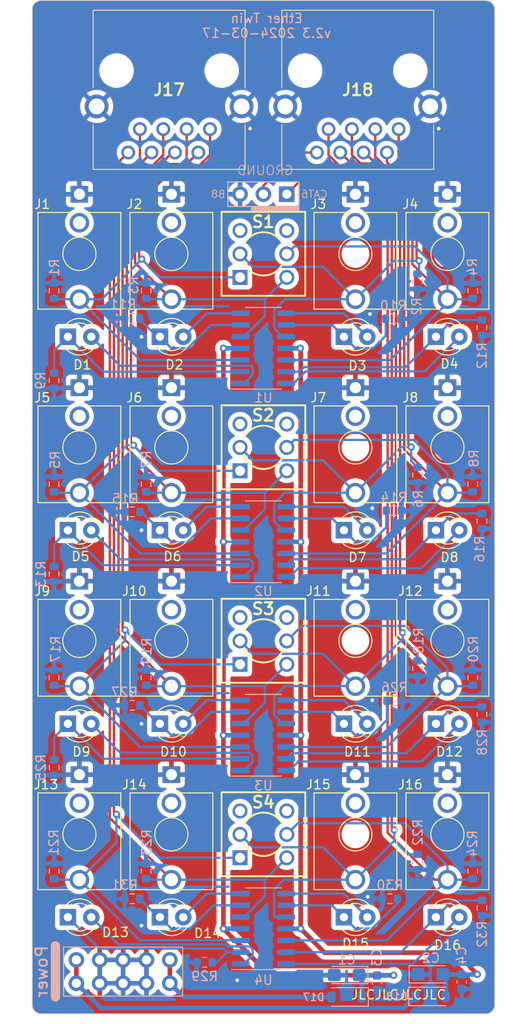
<source format=kicad_pcb>
(kicad_pcb (version 20221018) (generator pcbnew)
  (layers (0 "F.Cu" signal) (31 "B.Cu" signal) (34 "B.Paste" user) (35 "F.Paste" user) (36 "B.SilkS" user "B.Silkscreen") (37 "F.SilkS" user "F.Silkscreen") (38 "B.Mask" user) (39 "F.Mask" user) (44 "Edge.Cuts" user))
  (net 0 "")
  (net 1 "+12V")
  (net 2 "GND")
  (net 3 "-12V")
  (net 4 "Net-(D1-K)")
  (net 5 "Net-(D1-A)")
  (net 6 "Net-(D2-K)")
  (net 7 "Net-(D2-A)")
  (net 8 "Net-(D3-K)")
  (net 9 "Net-(D3-A)")
  (net 10 "Net-(D4-K)")
  (net 11 "Net-(D4-A)")
  (net 12 "Net-(D5-K)")
  (net 13 "Net-(D5-A)")
  (net 14 "Net-(D6-K)")
  (net 15 "Net-(D6-A)")
  (net 16 "Net-(D7-K)")
  (net 17 "Net-(D7-A)")
  (net 18 "Net-(D8-K)")
  (net 19 "Net-(D8-A)")
  (net 20 "Net-(D9-K)")
  (net 21 "Net-(D9-A)")
  (net 22 "Net-(D10-K)")
  (net 23 "Net-(D10-A)")
  (net 24 "Net-(D11-K)")
  (net 25 "Net-(D11-A)")
  (net 26 "Net-(D12-K)")
  (net 27 "Net-(D12-A)")
  (net 28 "Net-(D13-K)")
  (net 29 "Net-(D13-A)")
  (net 30 "Net-(D14-K)")
  (net 31 "Net-(D14-A)")
  (net 32 "Net-(D15-K)")
  (net 33 "Net-(D15-A)")
  (net 34 "Net-(D16-K)")
  (net 35 "Net-(D16-A)")
  (net 36 "A1")
  (net 38 "B1")
  (net 40 "A2")
  (net 42 "B2")
  (net 44 "A3")
  (net 46 "B3")
  (net 48 "A4")
  (net 50 "B4")
  (net 52 "A5")
  (net 54 "B5")
  (net 56 "A6")
  (net 58 "B6")
  (net 60 "A7")
  (net 62 "B7")
  (net 64 "A8")
  (net 66 "B8")
  (net 76 "Net-(J20-Pin_1)")
  (net 77 "Net-(D17-A)")
  (net 78 "Net-(D18-K)")
  (footprint "2MD1T1B1M2QES:2MD1T1B1M2QES" (layer "F.Cu") (at 55.25 78.5)
    (fp_text reference "S2")
    (fp_text value "2MD1T1B1M2QES" hide)
  )
  (footprint "LED_THT:LED_D3.0mm" (layer "F.Cu") (at 44 129.5)
    (fp_text reference "D14")
    (fp_text value "LED_Dual_Bidirectional")
  )
  (footprint "LED_THT:LED_D3.0mm" (layer "F.Cu") (at 74 87.5)
    (fp_text reference "D8")
    (fp_text value "LED_Dual_Bidirectional")
  )
  (footprint "PJ398SM:Jack_3.5mm_QingPu_WQP-PJ398SM_Vertical_CircularHoles_3dModel" (layer "F.Cu") (at 75.25 99.5)
    (fp_text reference "J12")
    (fp_text value "PJ398SM")
  )
  (footprint "PJ398SM:Jack_3.5mm_QingPu_WQP-PJ398SM_Vertical_CircularHoles_3dModel" (layer "F.Cu") (at 65.25 57.5)
    (fp_text reference "J3")
    (fp_text value "PJ398SM")
  )
  (footprint "PJ398SM:Jack_3.5mm_QingPu_WQP-PJ398SM_Vertical_CircularHoles_3dModel" (layer "F.Cu") (at 65.25 99.5)
    (fp_text reference "J11")
    (fp_text value "PJ398SM")
  )
  (footprint "LED_THT:LED_D3.0mm" (layer "F.Cu") (at 34 87.5)
    (fp_text reference "D5")
    (fp_text value "LED_Dual_Bidirectional")
  )
  (footprint "LED_THT:LED_D3.0mm" (layer "F.Cu") (at 44 108.5)
    (fp_text reference "D10")
    (fp_text value "LED_Dual_Bidirectional")
  )
  (footprint "PJ398SM:Jack_3.5mm_QingPu_WQP-PJ398SM_Vertical_CircularHoles_3dModel" (layer "F.Cu") (at 35.25 78.5)
    (fp_text reference "J5")
    (fp_text value "PJ398SM")
  )
  (footprint "LED_THT:LED_D3.0mm" (layer "F.Cu") (at 64 66.5)
    (fp_text reference "D3")
    (fp_text value "LED_Dual_Bidirectional")
  )
  (footprint "PJ398SM:Jack_3.5mm_QingPu_WQP-PJ398SM_Vertical_CircularHoles_3dModel" (layer "F.Cu") (at 65.25 120.5)
    (fp_text reference "J15")
    (fp_text value "PJ398SM")
  )
  (footprint "PJ398SM:Jack_3.5mm_QingPu_WQP-PJ398SM_Vertical_CircularHoles_3dModel" (layer "F.Cu") (at 75.25 120.5)
    (fp_text reference "J16")
    (fp_text value "PJ398SM")
  )
  (footprint "LED_THT:LED_D3.0mm" (layer "F.Cu") (at 74 129.5)
    (fp_text reference "D16")
    (fp_text value "LED_Dual_Bidirectional")
  )
  (footprint "PJ398SM:Jack_3.5mm_QingPu_WQP-PJ398SM_Vertical_CircularHoles_3dModel" (layer "F.Cu") (at 35.25 120.5)
    (fp_text reference "J13")
    (fp_text value "PJ398SM")
  )
  (footprint "LED_THT:LED_D3.0mm" (layer "F.Cu") (at 34 129.5)
    (fp_text reference "D13")
    (fp_text value "LED_Dual_Bidirectional")
  )
  (footprint "PJ398SM:Jack_3.5mm_QingPu_WQP-PJ398SM_Vertical_CircularHoles_3dModel" (layer "F.Cu") (at 45.25 120.5)
    (fp_text reference "J14")
    (fp_text value "PJ398SM")
  )
  (footprint "LED_THT:LED_D3.0mm" (layer "F.Cu") (at 74 66.5)
    (fp_text reference "D4")
    (fp_text value "LED_Dual_Bidirectional")
  )
  (footprint "LED_THT:LED_D3.0mm" (layer "F.Cu") (at 44 66.5)
    (fp_text reference "D2")
    (fp_text value "LED_Dual_Bidirectional")
  )
  (footprint "PJ398SM:Jack_3.5mm_QingPu_WQP-PJ398SM_Vertical_CircularHoles_3dModel" (layer "F.Cu") (at 35.25 99.5)
    (fp_text reference "J9")
    (fp_text value "PJ398SM")
  )
  (footprint "LED_THT:LED_D3.0mm" (layer "F.Cu") (at 64 129.5)
    (fp_text reference "D15")
    (fp_text value "LED_Dual_Bidirectional")
  )
  (footprint "PJ398SM:Jack_3.5mm_QingPu_WQP-PJ398SM_Vertical_CircularHoles_3dModel" (layer "F.Cu") (at 45.25 57.5)
    (fp_text reference "J2")
    (fp_text value "PJ398SM")
  )
  (footprint "PJ398SM:Jack_3.5mm_QingPu_WQP-PJ398SM_Vertical_CircularHoles_3dModel" (layer "F.Cu") (at 65.25 78.5)
    (fp_text reference "J7")
    (fp_text value "PJ398SM")
  )
  (footprint "PJ398SM:Jack_3.5mm_QingPu_WQP-PJ398SM_Vertical_CircularHoles_3dModel" (layer "F.Cu") (at 45.25 99.5)
    (fp_text reference "J10")
    (fp_text value "PJ398SM")
  )
  (footprint "LED_THT:LED_D3.0mm" (layer "F.Cu") (at 44 87.5)
    (fp_text reference "D6")
    (fp_text value "LED_Dual_Bidirectional")
  )
  (footprint "LED_THT:LED_D3.0mm" (layer "F.Cu") (at 34 108.5)
    (fp_text reference "D9")
    (fp_text value "LED_Dual_Bidirectional")
  )
  (footprint "PJ398SM:Jack_3.5mm_QingPu_WQP-PJ398SM_Vertical_CircularHoles_3dModel" (layer "F.Cu") (at 35.25 57.5)
    (fp_text reference "J1")
    (fp_text value "PJ398SM")
  )
  (footprint "2MD1T1B1M2QES:2MD1T1B1M2QES" (layer "F.Cu") (at 55.25 99.5)
    (fp_text reference "S3")
    (fp_text value "2MD1T1B1M2QES" hide)
  )
  (footprint "SS65100-024F:SS65100024F" (layer "F.Cu") (at 45 39.695 180)
    (fp_text reference "J17")
    (fp_text value "SS65100-024F" hide)
  )
  (footprint "PJ398SM:Jack_3.5mm_QingPu_WQP-PJ398SM_Vertical_CircularHoles_3dModel" (layer "F.Cu") (at 45.25 78.5)
    (fp_text reference "J6")
    (fp_text value "PJ398SM")
  )
  (footprint "LED_THT:LED_D3.0mm" (layer "F.Cu") (at 34 66.5)
    (fp_text reference "D1")
    (fp_text value "LED_Dual_Bidirectional")
  )
  (footprint "LED_THT:LED_D3.0mm" (layer "F.Cu") (at 74 108.5)
    (fp_text reference "D12")
    (fp_text value "LED_Dual_Bidirectional")
  )
  (footprint "PJ398SM:Jack_3.5mm_QingPu_WQP-PJ398SM_Vertical_CircularHoles_3dModel" (layer "F.Cu") (at 75.25 78.5)
    (fp_text reference "J8")
    (fp_text value "PJ398SM")
  )
  (footprint "2MD1T1B1M2QES:2MD1T1B1M2QES" (layer "F.Cu") (at 55.25 120.5)
    (fp_text reference "S4")
    (fp_text value "2MD1T1B1M2QES" hide)
  )
  (footprint "PJ398SM:Jack_3.5mm_QingPu_WQP-PJ398SM_Vertical_CircularHoles_3dModel" (layer "F.Cu") (at 75.25 57.5)
    (fp_text reference "J4")
    (fp_text value "PJ398SM")
  )
  (footprint "LED_THT:LED_D3.0mm" (layer "F.Cu") (at 64 108.5)
    (fp_text reference "D11")
    (fp_text value "LED_Dual_Bidirectional")
  )
  (footprint "LED_THT:LED_D3.0mm" (layer "F.Cu") (at 64 87.5)
    (fp_text reference "D7")
    (fp_text value "LED_Dual_Bidirectional")
  )
  (footprint "SS65100-024F:SS65100024F" (layer "F.Cu") (at 65.502 39.695 180)
    (fp_text reference "J18")
    (fp_text value "SS65100-024F" hide)
  )
  (footprint "2MD1T1B1M2QES:2MD1T1B1M2QES" (layer "F.Cu") (at 55.25 57.5)
    (fp_text reference "S1")
    (fp_text value "2MD1T1B1M2QES" hide)
  )
  (footprint "Resistor_SMD:R_0603_1608Metric" (layer "B.Cu") (at 32.5 103.5 -90)
    (fp_text reference "R17")
    (fp_text value "100K")
  )
  (footprint "Capacitor_Tantalum_SMD:CP_EIA-3216-18_Kemet-A" (layer "B.Cu") (at 73.4 135.7)
    (fp_text reference "C2")
    (fp_text value "10uF")
  )
  (footprint "Resistor_SMD:R_0603_1608Metric" (layer "B.Cu") (at 32.5 113.25 -90)
    (fp_text reference "R25")
    (fp_text value "470")
  )
  (footprint "Resistor_SMD:R_0603_1608Metric" (layer "B.Cu") (at 41 64.5 180)
    (fp_text reference "R11")
    (fp_text value "470")
  )
  (footprint "Resistor_SMD:R_0603_1608Metric" (layer "B.Cu") (at 78 82.5 -90)
    (fp_text reference "R8")
    (fp_text value "100K")
  )
  (footprint "Resistor_SMD:R_0603_1608Metric" (layer "B.Cu") (at 69 127.5)
    (fp_text reference "R30")
    (fp_text value "470")
  )
  (footprint "Package_SO:SO-14_3.9x8.65mm_P1.27mm" (layer "B.Cu") (at 55.25 88.75)
    (fp_text reference "U2")
    (fp_text value "TL074")
  )
  (footprint "Package_SO:SO-14_3.9x8.65mm_P1.27mm" (layer "B.Cu") (at 55.25 67.75)
    (fp_text reference "U1")
    (fp_text value "TL074")
  )
  (footprint "Resistor_SMD:R_0603_1608Metric" (layer "B.Cu") (at 79 86.5 90)
    (fp_text reference "R16")
    (fp_text value "470")
  )
  (footprint "Resistor_SMD:R_0603_1608Metric" (layer "B.Cu") (at 72 123.5 90)
    (fp_text reference "R22")
    (fp_text value "100K")
  )
  (footprint "Resistor_SMD:R_0603_1608Metric" (layer "B.Cu") (at 69.5 106 180)
    (fp_text reference "R26")
    (fp_text value "470")
  )
  (footprint "Resistor_SMD:R_0603_1608Metric" (layer "B.Cu") (at 32.5 61.5 -90)
    (fp_text reference "R1")
    (fp_text value "100K")
  )
  (footprint "Resistor_SMD:R_0603_1608Metric" (layer "B.Cu") (at 72 60.5 90)
    (fp_text reference "R2")
    (fp_text value "100K")
  )
  (footprint "Package_SO:SO-14_3.9x8.65mm_P1.27mm" (layer "B.Cu") (at 55.25 130.75)
    (fp_text reference "U4")
    (fp_text value "TL074")
  )
  (footprint "Resistor_SMD:R_0603_1608Metric" (layer "B.Cu") (at 78 61.5 -90)
    (fp_text reference "R4")
    (fp_text value "100K")
  )
  (footprint "Resistor_SMD:R_0603_1608Metric" (layer "B.Cu") (at 78 103.5 -90)
    (fp_text reference "R20")
    (fp_text value "100K")
  )
  (footprint "Resistor_SMD:R_0603_1608Metric" (layer "B.Cu") (at 32.5 124.5 -90)
    (fp_text reference "R21")
    (fp_text value "100K")
  )
  (footprint "Capacitor_Tantalum_SMD:CP_EIA-3216-18_Kemet-A" (layer "B.Cu") (at 64.3 135.775 180)
    (fp_text reference "C1")
    (fp_text value "10uF")
  )
  (footprint "Resistor_SMD:R_0603_1608Metric" (layer "B.Cu") (at 79 65.5 90)
    (fp_text reference "R12")
    (fp_text value "470")
  )
  (footprint "Resistor_SMD:R_0603_1608Metric" (layer "B.Cu") (at 32.5 92.25 -90)
    (fp_text reference "R13")
    (fp_text value "470")
  )
  (footprint "Resistor_SMD:R_0603_1608Metric" (layer "B.Cu") (at 69.3725 64.5415 180)
    (fp_text reference "R10")
    (fp_text value "470")
  )
  (footprint "Package_SO:SO-14_3.9x8.65mm_P1.27mm" (layer "B.Cu") (at 55.25 109.75)
    (fp_text reference "U3")
    (fp_text value "TL074")
  )
  (footprint "Resistor_SMD:R_0603_1608Metric" (layer "B.Cu") (at 72 102.5 90)
    (fp_text reference "R18")
    (fp_text value "100K")
  )
  (footprint "Resistor_SMD:R_0603_1608Metric" (layer "B.Cu") (at 41 106.5 180)
    (fp_text reference "R27")
    (fp_text value "470")
  )
  (footprint "Resistor_SMD:R_0603_1608Metric" (layer "B.Cu") (at 42.5 124.5 -90)
    (fp_text reference "R23")
    (fp_text value "100K")
  )
  (footprint "Resistor_SMD:R_0603_1608Metric" (layer "B.Cu") (at 42.5 103.5 -90)
    (fp_text reference "R19")
    (fp_text value "100K")
  )
  (footprint "Resistor_SMD:R_0603_1608Metric" (layer "B.Cu") (at 32.5 71.25 90)
    (fp_text reference "R9")
    (fp_text value "470")
  )
  (footprint "Resistor_SMD:R_0603_1608Metric" (layer "B.Cu") (at 41 85.5 180)
    (fp_text reference "R15")
    (fp_text value "470")
  )
  (footprint "Resistor_SMD:R_0603_1608Metric" (layer "B.Cu") (at 69.4355 85.3695 180)
    (fp_text reference "R14")
    (fp_text value "470")
  )
  (footprint "Resistor_SMD:R_0603_1608Metric" (layer "B.Cu") (at 32.5 82.5 -90)
    (fp_text reference "R5")
    (fp_text value "100K")
  )
  (footprint "Resistor_SMD:R_0603_1608Metric" (layer "B.Cu") (at 42.5 82.5 -90)
    (fp_text reference "R7")
    (fp_text value "100K")
  )
  (footprint "Resistor_SMD:R_0603_1608Metric" (layer "B.Cu") (at 72 81.5 90)
    (fp_text reference "R6")
    (fp_text value "100K")
  )
  (footprint "Resistor_SMD:R_0603_1608Metric" (layer "B.Cu") (at 78 124.5 -90)
    (fp_text reference "R24")
    (fp_text value "100K")
  )
  (footprint "Capacitor_SMD:C_0603_1608Metric" (layer "B.Cu") (at 67.6 136.6 -90)
    (fp_text reference "C3")
    (fp_text value "100nF")
  )
  (footprint "Resistor_SMD:R_0603_1608Metric" (layer "B.Cu") (at 79 128.5 90)
    (fp_text reference "R32")
    (fp_text value "470")
  )
  (footprint "Diode_SMD:D_SOD-123" (layer "B.Cu") (at 73.4 138.1)
    (fp_text reference "D18")
    (fp_text value "1N5817")
  )
  (footprint "Resistor_SMD:R_0603_1608Metric" (layer "B.Cu") (at 48.8615 134.3915 180)
    (fp_text reference "R29")
    (fp_text value "470")
  )
  (footprint "PCM_4ms_Connector:Pins_2x05_2.54mm_TH_Europower" (layer "B.Cu") (at 40 135.4 90)
    (fp_text reference "J19" hide)
    (fp_text value "Power")
  )
  (footprint "Capacitor_SMD:C_0603_1608Metric" (layer "B.Cu") (at 76.8 136.5 90)
    (fp_text reference "C4")
    (fp_text value "100nF")
  )
  (footprint "Resistor_SMD:R_0603_1608Metric" (layer "B.Cu") (at 79 107.5 90)
    (fp_text reference "R28")
    (fp_text value "470")
  )
  (footprint "Diode_SMD:D_SOD-123" (layer "B.Cu") (at 64.3 138.15 180)
    (fp_text reference "D17")
    (fp_text value "1N5817")
  )
  (footprint "Resistor_SMD:R_0603_1608Metric" (layer "B.Cu") (at 41 127.5 180)
    (fp_text reference "R31")
    (fp_text value "470")
  )
  (footprint "Connector_PinHeader_2.54mm:PinHeader_1x03_P2.54mm_Vertical" (layer "B.Cu") (at 55.25 51.025 90)
    (fp_text reference "J20" hide)
    (fp_text value "Conn_01x03")
  )
  (footprint "Resistor_SMD:R_0603_1608Metric" (layer "B.Cu") (at 42.5 61.5 -90)
    (fp_text reference "R3")
    (fp_text value "100K")
  )
  (gr_poly (pts (xy 59.106532 52.355) (xy 53.956532 52.355) (xy 53.956532 52.783634) (xy 53.956532 52.808634) (xy 59.106532 52.808634) (xy 59.106532 52.758634) (xy 59.106532 52.383634)) (stroke (width 0.125)) (fill solid) (layer "B.SilkS"))
  (gr_line (start 31.1025 29.9975) (end 79.4025 29.9975) (stroke (width 0.1)) (layer "Edge.Cuts"))
  (gr_arc (start 30.132357 30.754964) (mid 30.487088 30.209294) (end 31.1025 29.9975) (stroke (width 0.1)) (layer "Edge.Cuts"))
  (gr_line (start 79.4025 139.9975) (end 31.1025 139.9975) (stroke (width 0.1)) (layer "Edge.Cuts"))
  (gr_line (start 30.1025 138.9975) (end 30.132357 30.754964) (stroke (width 0.1)) (layer "Edge.Cuts"))
  (gr_arc (start 80.4025 138.9975) (mid 80.109607 139.704607) (end 79.4025 139.9975) (stroke (width 0.1)) (layer "Edge.Cuts"))
  (gr_line (start 80.4025 30.9975) (end 80.4025 138.9975) (stroke (width 0.1)) (layer "Edge.Cuts"))
  (gr_arc (start 31.1025 139.9975) (mid 30.395393 139.704607) (end 30.1025 138.9975) (stroke (width 0.1)) (layer "Edge.Cuts"))
  (gr_arc (start 79.4025 29.9975) (mid 80.109607 30.290393) (end 80.4025 30.9975) (stroke (width 0.1)) (layer "Edge.Cuts"))
  (gr_text "Ether Twin\nv2.3 2024-03-17" (at 55.6025 32.7475) (layer "B.SilkS") (effects (font (size 1 1)) (justify mirror)))
  (gr_text "GROUND" (at 55.45 49.033634) (layer "B.SilkS") (effects (font (size 1 1) (thickness 0.1)) (justify bottom mirror)))
  (gr_text "B8" (at 50.331532 51.025) (layer "B.SilkS") (effects (font (size 0.8 0.8) (thickness 0.1)) (justify mirror)))
  (gr_text "CAT6" (at 60.781532 51.025) (layer "B.SilkS") (effects (font (size 0.8 0.8) (thickness 0.1)) (justify mirror)))
  (gr_text "JLCJLCJLCJLC" (at 64.7025 138.4975) (layer "F.SilkS") (effects (font (size 1 1)) (justify left bottom)))
  (segment (start 50.905 130.75) (end 55.955 135.8) (width 0.5) (layer "F.Cu") (net 1))
  (segment (start 50.9025 130.75) (end 50.905 130.75) (width 0.5) (layer "F.Cu") (net 1))
  (segment (start 50.9025 67.7475) (end 50.9025 88.7475) (width 0.5) (layer "F.Cu") (net 1))
  (segment (start 50.9025 109.75) (end 50.9025 130.75) (width 0.5) (layer "F.Cu") (net 1))
  (segment (start 55.955 135.8) (end 69.4 135.8) (width 0.5) (layer "F.Cu") (net 1))
  (segment (start 50.9025 88.7475) (end 50.9025 109.75) (width 0.5) (layer "F.Cu") (net 1))
  (via (at 50.9025 67.7475) (size 0.8) (drill 0.4) (layers "F.Cu" "B.Cu") (net 1))
  (via (at 50.9025 88.7475) (size 0.8) (drill 0.4) (layers "F.Cu" "B.Cu") (net 1))
  (via (at 50.9025 130.75) (size 0.8) (drill 0.4) (layers "F.Cu" "B.Cu") (net 1))
  (via (at 50.9025 109.75) (size 0.8) (drill 0.4) (layers "F.Cu" "B.Cu") (net 1))
  (via (at 69.4 135.8) (size 0.8) (drill 0.4) (layers "F.Cu" "B.Cu") (net 1))
  (segment (start 69.35 135.825) (end 69.325 135.825) (width 0.5) (layer "B.Cu") (net 1))
  (segment (start 52.775 88.75) (end 50.905 88.75) (width 0.25) (layer "B.Cu") (net 1))
  (segment (start 65.95 138.15) (end 65.95 136.075) (width 0.5) (layer "B.Cu") (net 1))
  (segment (start 65.95 136.075) (end 65.65 135.775) (width 0.5) (layer "B.Cu") (net 1))
  (segment (start 67.6 135.825) (end 69.3 135.825) (width 0.5) (layer "B.Cu") (net 1))
  (segment (start 50.9025 130.75) (end 52.775 130.75) (width 0.5) (layer "B.Cu") (net 1))
  (segment (start 69.3 135.825) (end 69.4 135.8) (width 0.5) (layer "B.Cu") (net 1))
  (segment (start 69.4 135.8) (end 69.35 135.825) (width 0.5) (layer "B.Cu") (net 1))
  (segment (start 67.6 135.825) (end 65.7 135.825) (width 0.5) (layer "B.Cu") (net 1))
  (segment (start 50.9025 67.7475) (end 50.905 67.75) (width 0.5) (layer "B.Cu") (net 1))
  (segment (start 50.905 88.75) (end 50.9025 88.7475) (width 0.25) (layer "B.Cu") (net 1))
  (segment (start 50.9025 109.75) (end 52.775 109.75) (width 0.5) (layer "B.Cu") (net 1))
  (segment (start 65.7 135.825) (end 65.65 135.775) (width 0.5) (layer "B.Cu") (net 1))
  (segment (start 50.905 67.75) (end 52.775 67.75) (width 0.5) (layer "B.Cu") (net 1))
  (via (at 52.4025 136.3475) (size 0.8) (drill 0.4) (layers "F.Cu" "B.Cu") (net 2))
  (via (at 42 87.5) (size 0.8) (drill 0.4) (layers "F.Cu" "B.Cu") (net 2))
  (via (at 42 108.5) (size 0.8) (drill 0.4) (layers "F.Cu" "B.Cu") (net 2))
  (via (at 66.8325 64.0335) (size 0.8) (drill 0.4) (layers "F.Cu" "B.Cu") (net 2))
  (via (at 67.0865 85.1155) (size 0.8) (drill 0.4) (layers "F.Cu" "B.Cu") (net 2))
  (via (at 42 66.5) (size 0.8) (drill 0.4) (layers "F.Cu" "B.Cu") (net 2))
  (via (at 42 130.4) (size 0.8) (drill 0.4) (layers "F.Cu" "B.Cu") (net 2))
  (via (at 66.5785 127.2795) (size 0.8) (drill 0.4) (layers "F.Cu" "B.Cu") (net 2))
  (via (at 67.0865 105.9435) (size 0.8) (drill 0.4) (layers "F.Cu" "B.Cu") (net 2))
  (segment (start 59.3 109.75) (end 59.3 88.75) (width 0.5) (layer "F.Cu") (net 3))
  (segment (start 59.3 88.75) (end 59.3025 88.7475) (width 0.5) (layer "F.Cu") (net 3))
  (segment (start 76.2025 133.3475) (end 77.75 134.895) (width 0.5) (layer "F.Cu") (net 3))
  (segment (start 77.75 134.895) (end 77.75 134.95) (width 0.5) (layer "F.Cu") (net 3))
  (segment (start 59.3 130.75) (end 59.305 130.75) (width 0.5) (layer "F.Cu") (net 3))
  (segment (start 61.9025 133.3475) (end 76.2025 133.3475) (width 0.5) (layer "F.Cu") (net 3))
  (segment (start 59.305 130.75) (end 61.9025 133.3475) (width 0.5) (layer "F.Cu") (net 3))
  (segment (start 59.3 109.75) (end 59.3 130.75) (width 0.5) (layer "F.Cu") (net 3))
  (segment (start 59.255 67.75) (end 59.3025 67.7975) (width 0.5) (layer "F.Cu") (net 3))
  (segment (start 59.3025 67.7975) (end 59.3025 88.7475) (width 0.5) (layer "F.Cu") (net 3))
  (segment (start 77.75 134.95) (end 78.5 135.7) (width 0.5) (layer "F.Cu") (net 3))
  (via (at 59.3 109.75) (size 0.8) (drill 0.4) (layers "F.Cu" "B.Cu") (net 3))
  (via (at 78.5 135.7) (size 0.8) (drill 0.4) (layers "F.Cu" "B.Cu") (net 3))
  (via (at 59.3025 88.7475) (size 0.8) (drill 0.4) (layers "F.Cu" "B.Cu") (net 3))
  (via (at 59.255 67.75) (size 0.8) (drill 0.4) (layers "F.Cu" "B.Cu") (net 3))
  (via (at 59.3 130.75) (size 0.8) (drill 0.4) (layers "F.Cu" "B.Cu") (net 3))
  (segment (start 76.8 135.725) (end 78.35 135.725) (width 0.5) (layer "B.Cu") (net 3))
  (segment (start 59.3 130.75) (end 57.725 130.75) (width 0.5) (layer "B.Cu") (net 3))
  (segment (start 59.3025 88.7475) (end 59.3 88.75) (width 0.5) (layer "B.Cu") (net 3))
  (segment (start 78.5 135.7) (end 78.4 135.725) (width 0.5) (layer "B.Cu") (net 3))
  (segment (start 78.35 135.725) (end 78.5 135.7) (width 0.5) (layer "B.Cu") (net 3))
  (segment (start 59.3 88.75) (end 57.725 88.75) (width 0.5) (layer "B.Cu") (net 3))
  (segment (start 78.4 135.725) (end 78.375 135.725) (width 0.5) (layer "B.Cu") (net 3))
  (segment (start 59.255 67.75) (end 57.725 67.75) (width 0.5) (layer "B.Cu") (net 3))
  (segment (start 76.8 135.725) (end 74.775 135.725) (width 0.5) (layer "B.Cu") (net 3))
  (segment (start 59.3 109.75) (end 57.725 109.75) (width 0.5) (layer "B.Cu") (net 3))
  (segment (start 75.05 138.1) (end 75.05 136) (width 0.5) (layer "B.Cu") (net 3))
  (segment (start 75.05 136) (end 74.75 135.7) (width 0.5) (layer "B.Cu") (net 3))
  (segment (start 74.775 135.725) (end 74.75 135.7) (width 0.5) (layer "B.Cu") (net 3))
  (segment (start 37.79 70.29) (end 34 66.5) (width 0.25) (layer "B.Cu") (net 4))
  (segment (start 32.5 70.425) (end 32.5 68) (width 0.25) (layer "B.Cu") (net 4))
  (segment (start 32.5 68) (end 34 66.5) (width 0.25) (layer "B.Cu") (net 4))
  (segment (start 52.775 70.29) (end 37.79 70.29) (width 0.25) (layer "B.Cu") (net 4))
  (segment (start 52.775 71.56) (end 53.151751 71.56) (width 0.25) (layer "B.Cu") (net 5))
  (segment (start 53.151751 71.56) (end 54.075 70.636751) (width 0.25) (layer "B.Cu") (net 5))
  (segment (start 54.075 69.775001) (end 53.944999 69.645) (width 0.25) (layer "B.Cu") (net 5))
  (segment (start 54.075 70.636751) (end 54.075 69.775001) (width 0.25) (layer "B.Cu") (net 5))
  (segment (start 53.944999 69.645) (end 39.685 69.645) (width 0.25) (layer "B.Cu") (net 5))
  (segment (start 39.685 69.645) (end 36.54 66.5) (width 0.25) (layer "B.Cu") (net 5))
  (segment (start 49.562412 65.21) (end 47.047412 67.725) (width 0.25) (layer "B.Cu") (net 6))
  (segment (start 43.708 66.5) (end 41.7495 64.5415) (width 0.25) (layer "B.Cu") (net 6))
  (segment (start 45.225 67.725) (end 44 66.5) (width 0.25) (layer "B.Cu") (net 6))
  (segment (start 44 66.5) (end 43.708 66.5) (width 0.25) (layer "B.Cu") (net 6))
  (segment (start 52.775 65.21) (end 49.562412 65.21) (width 0.25) (layer "B.Cu") (net 6))
  (segment (start 47.047412 67.725) (end 45.225 67.725) (width 0.25) (layer "B.Cu") (net 6))
  (segment (start 49.1 63.94) (end 46.54 66.5) (width 0.25) (layer "B.Cu") (net 7))
  (segment (start 52.775 63.94) (end 49.1 63.94) (width 0.25) (layer "B.Cu") (net 7))
  (segment (start 64 66.5) (end 62.71 65.21) (width 0.25) (layer "B.Cu") (net 8))
  (segment (start 67.205 67.725) (end 68.5475 66.3825) (width 0.25) (layer "B.Cu") (net 8))
  (segment (start 68.5475 66.3825) (end 68.5475 64.5415) (width 0.25) (layer "B.Cu") (net 8))
  (segment (start 65.225 67.725) (end 67.205 67.725) (width 0.25) (layer "B.Cu") (net 8))
  (segment (start 62.71 65.21) (end 57.725 65.21) (width 0.25) (layer "B.Cu") (net 8))
  (segment (start 64 66.5) (end 65.225 67.725) (width 0.25) (layer "B.Cu") (net 8))
  (segment (start 63.98 63.94) (end 57.725 63.94) (width 0.25) (layer "B.Cu") (net 9))
  (segment (start 66.54 66.5) (end 63.98 63.94) (width 0.25) (layer "B.Cu") (net 9))
  (segment (start 74 66.5) (end 75.825 64.675) (width 0.25) (layer "B.Cu") (net 10))
  (segment (start 59.663604 69.8) (end 70.7 69.8) (width 0.25) (layer "B.Cu") (net 10))
  (segment (start 59.173604 70.29) (end 59.663604 69.8) (width 0.25) (layer "B.Cu") (net 10))
  (segment (start 75.825 64.675) (end 79 64.675) (width 0.25) (layer "B.Cu") (net 10))
  (segment (start 57.725 70.29) (end 59.173604 70.29) (width 0.25) (layer "B.Cu") (net 10))
  (segment (start 70.7 69.8) (end 74 66.5) (width 0.25) (layer "B.Cu") (net 10))
  (segment (start 57.725 71.56) (end 58.54 71.56) (width 0.25) (layer "B.Cu") (net 11))
  (segment (start 59.85 70.25) (end 72.79 70.25) (width 0.25) (layer "B.Cu") (net 11))
  (segment (start 58.54 71.56) (end 59.85 70.25) (width 0.25) (layer "B.Cu") (net 11))
  (segment (start 72.79 70.25) (end 76.54 66.5) (width 0.25) (layer "B.Cu") (net 11))
  (segment (start 32.5 89) (end 34 87.5) (width 0.25) (layer "B.Cu") (net 12))
  (segment (start 37.79 91.29) (end 34 87.5) (width 0.25) (layer "B.Cu") (net 12))
  (segment (start 52.775 91.29) (end 37.79 91.29) (width 0.25) (layer "B.Cu") (net 12))
  (segment (start 32.5 91.425) (end 32.5 89) (width 0.25) (layer "B.Cu") (net 12))
  (segment (start 53.151751 92.56) (end 54.075 91.636751) (width 0.25) (layer "B.Cu") (net 13))
  (segment (start 53.796751 90.665) (end 39.705 90.665) (width 0.25) (layer "B.Cu") (net 13))
  (segment (start 52.775 92.56) (end 53.151751 92.56) (width 0.25) (layer "B.Cu") (net 13))
  (segment (start 54.075 91.636751) (end 54.075 90.943249) (width 0.25) (layer "B.Cu") (net 13))
  (segment (start 54.075 90.943249) (end 53.796751 90.665) (width 0.25) (layer "B.Cu") (net 13))
  (segment (start 39.705 90.665) (end 36.54 87.5) (width 0.25) (layer "B.Cu") (net 13))
  (segment (start 46.972412 88.8) (end 45.3 88.8) (width 0.25) (layer "B.Cu") (net 14))
  (segment (start 41.825 85.5) (end 42 85.5) (width 0.25) (layer "B.Cu") (net 14))
  (segment (start 52.775 86.21) (end 49.562412 86.21) (width 0.25) (layer "B.Cu") (net 14))
  (segment (start 45.3 88.8) (end 44 87.5) (width 0.25) (layer "B.Cu") (net 14))
  (segment (start 49.562412 86.21) (end 46.972412 88.8) (width 0.25) (layer "B.Cu") (net 14))
  (segment (start 42 85.5) (end 44 87.5) (width 0.25) (layer "B.Cu") (net 14))
  (segment (start 49.1 84.94) (end 46.54 87.5) (width 0.25) (layer "B.Cu") (net 15))
  (segment (start 52.775 84.94) (end 49.1 84.94) (width 0.25) (layer "B.Cu") (net 15))
  (segment (start 68.6105 85.3695) (end 68.6105 87.161912) (width 0.25) (layer "B.Cu") (net 16))
  (segment (start 67.047412 88.725) (end 65.225 88.725) (width 0.25) (layer "B.Cu") (net 16))
  (segment (start 62.71 86.21) (end 57.725 86.21) (width 0.25) (layer "B.Cu") (net 16))
  (segment (start 64 87.5) (end 62.71 86.21) (width 0.25) (layer "B.Cu") (net 16))
  (segment (start 68.6105 87.161912) (end 67.047412 88.725) (width 0.25) (layer "B.Cu") (net 16))
  (segment (start 65.225 88.725) (end 64 87.5) (width 0.25) (layer "B.Cu") (net 16))
  (segment (start 63.98 84.94) (end 57.725 84.94) (width 0.25) (layer "B.Cu") (net 17))
  (segment (start 66.54 87.5) (end 63.98 84.94) (width 0.25) (layer "B.Cu") (net 17))
  (segment (start 70.855 90.645) (end 58.37 90.645) (width 0.25) (layer "B.Cu") (net 18))
  (segment (start 75.825 85.675) (end 79 85.675) (width 0.25) (layer "B.Cu") (net 18))
  (segment (start 74 87.5) (end 70.855 90.645) (width 0.25) (layer "B.Cu") (net 18))
  (segment (start 58.37 90.645) (end 57.725 91.29) (width 0.25) (layer "B.Cu") (net 18))
  (segment (start 74 87.5) (end 75.825 85.675) (width 0.25) (layer "B.Cu") (net 18))
  (segment (start 72.403249 91.636751) (end 76.54 87.5) (width 0.25) (layer "B.Cu") (net 19))
  (segment (start 57.725 92.56) (end 58.101751 92.56) (width 0.25) (layer "B.Cu") (net 19))
  (segment (start 58.101751 92.56) (end 59.025 91.636751) (width 0.25) (layer "B.Cu") (net 19))
  (segment (start 59.025 91.636751) (end 72.403249 91.636751) (width 0.25) (layer "B.Cu") (net 19))
  (segment (start 52.775 112.29) (end 37.79 112.29) (width 0.25) (layer "B.Cu") (net 20))
  (segment (start 32.5 112.425) (end 32.5 110) (width 0.25) (layer "B.Cu") (net 20))
  (segment (start 37.79 112.29) (end 34 108.5) (width 0.25) (layer "B.Cu") (net 20))
  (segment (start 32.5 110) (end 34 108.5) (width 0.25) (layer "B.Cu") (net 20))
  (segment (start 39.685 111.645) (end 36.54 108.5) (width 0.25) (layer "B.Cu") (net 21))
  (segment (start 54.075 112.636751) (end 54.075 111.943249) (width 0.25) (layer "B.Cu") (net 21))
  (segment (start 54.075 111.943249) (end 53.776751 111.645) (width 0.25) (layer "B.Cu") (net 21))
  (segment (start 53.776751 111.645) (end 39.685 111.645) (width 0.25) (layer "B.Cu") (net 21))
  (segment (start 52.775 113.56) (end 53.151751 113.56) (width 0.25) (layer "B.Cu") (net 21))
  (segment (start 53.151751 113.56) (end 54.075 112.636751) (width 0.25) (layer "B.Cu") (net 21))
  (segment (start 49.562412 107.21) (end 47.047412 109.725) (width 0.25) (layer "B.Cu") (net 22))
  (segment (start 45.225 109.725) (end 44 108.5) (width 0.25) (layer "B.Cu") (net 22))
  (segment (start 52.775 107.21) (end 49.562412 107.21) (width 0.25) (layer "B.Cu") (net 22))
  (segment (start 47.047412 109.725) (end 45.225 109.725) (width 0.25) (layer "B.Cu") (net 22))
  (segment (start 44 108.5) (end 43.825 108.5) (width 0.25) (layer "B.Cu") (net 22))
  (segment (start 43.825 108.5) (end 41.825 106.5) (width 0.25) (layer "B.Cu") (net 22))
  (segment (start 52.775 105.94) (end 49.1 105.94) (width 0.25) (layer "B.Cu") (net 23))
  (segment (start 49.1 105.94) (end 46.54 108.5) (width 0.25) (layer "B.Cu") (net 23))
  (segment (start 68.675 108.097412) (end 67.047412 109.725) (width 0.25) (layer "B.Cu") (net 24))
  (segment (start 67.047412 109.725) (end 65.225 109.725) (width 0.25) (layer "B.Cu") (net 24))
  (segment (start 64 108.5) (end 62.71 107.21) (width 0.25) (layer "B.Cu") (net 24))
  (segment (start 62.71 107.21) (end 57.725 107.21) (width 0.25) (layer "B.Cu") (net 24))
  (segment (start 68.675 106) (end 68.675 108.097412) (width 0.25) (layer "B.Cu") (net 24))
  (segment (start 65.225 109.725) (end 64 108.5) (width 0.25) (layer "B.Cu") (net 24))
  (segment (start 66.54 108.5) (end 63.98 105.94) (width 0.25) (layer "B.Cu") (net 25))
  (segment (start 63.98 105.94) (end 57.725 105.94) (width 0.25) (layer "B.Cu") (net 25))
  (segment (start 74 108.5) (end 70.8 111.7) (width 0.25) (layer "B.Cu") (net 26))
  (segment (start 75.825 106.675) (end 74 108.5) (width 0.25) (layer "B.Cu") (net 26))
  (segment (start 79 106.675) (end 75.825 106.675) (width 0.25) (layer "B.Cu") (net 26))
  (segment (start 70.8 111.7) (end 58.315 111.7) (width 0.25) (layer "B.Cu") (net 26))
  (segment (start 58.315 111.7) (end 57.725 112.29) (width 0.25) (layer "B.Cu") (net 26))
  (segment (start 72.44 112.6) (end 76.54 108.5) (width 0.25) (layer "B.Cu") (net 27))
  (segment (start 59.025 112.6) (end 72.44 112.6) (width 0.25) (layer "B.Cu") (net 27))
  (segment (start 58.101751 113.56) (end 59.025 112.636751) (width 0.25) (layer "B.Cu") (net 27))
  (segment (start 59.025 112.636751) (end 59.025 112.6) (width 0.25) (layer "B.Cu") (net 27))
  (segment (start 57.725 113.56) (end 58.101751 113.56) (width 0.25) (layer "B.Cu") (net 27))
  (segment (start 51.29 133.29) (end 50.9 132.9) (width 0.25) (layer "B.Cu") (net 28))
  (segment (start 37.4 132.9) (end 34 129.5) (width 0.25) (layer "B.Cu") (net 28))
  (segment (start 52.775 133.29) (end 51.29 133.29) (width 0.25) (layer "B.Cu") (net 28))
  (segment (start 49.6865 134.3915) (end 50.1885 134.3915) (width 0.25) (layer "B.Cu") (net 28))
  (segment (start 50.9 132.9) (end 37.4 132.9) (width 0.25) (layer "B.Cu") (net 28))
  (segment (start 50.1885 134.3915) (end 51.29 133.29) (width 0.25) (layer "B.Cu") (net 28))
  (segment (start 39.49 132.45) (end 36.54 129.5) (width 0.25) (layer "B.Cu") (net 29))
  (segment (start 54.075 132.943249) (end 53.796751 132.665) (width 0.25) (layer "B.Cu") (net 29))
  (segment (start 53.796751 132.665) (end 51.365 132.665) (width 0.25) (layer "B.Cu") (net 29))
  (segment (start 51.365 132.665) (end 51.15 132.45) (width 0.25) (layer "B.Cu") (net 29))
  (segment (start 53.151751 134.56) (end 54.075 133.636751) (width 0.25) (layer "B.Cu") (net 29))
  (segment (start 54.075 133.636751) (end 54.075 132.943249) (width 0.25) (layer "B.Cu") (net 29))
  (segment (start 52.775 134.56) (end 53.151751 134.56) (width 0.25) (layer "B.Cu") (net 29))
  (segment (start 51.15 132.45) (end 39.49 132.45) (width 0.25) (layer "B.Cu") (net 29))
  (segment (start 52.775 128.21) (end 49.79 128.21) (width 0.25) (layer "B.Cu") (net 30))
  (segment (start 47.275 130.725) (end 45.225 130.725) (width 0.25) (layer "B.Cu") (net 30))
  (segment (start 49.79 128.21) (end 47.275 130.725) (width 0.25) (layer "B.Cu") (net 30))
  (segment (start 45.225 130.725) (end 44 129.5) (width 0.25) (layer "B.Cu") (net 30))
  (segment (start 43.825 129.5) (end 41.825 127.5) (width 0.25) (layer "B.Cu") (net 30))
  (segment (start 44 129.5) (end 43.825 129.5) (width 0.25) (layer "B.Cu") (net 30))
  (segment (start 49.1 126.94) (end 46.54 129.5) (width 0.25) (layer "B.Cu") (net 31))
  (segment (start 52.775 126.94) (end 49.1 126.94) (width 0.25) (layer "B.Cu") (net 31))
  (segment (start 65.225 130.725) (end 64 129.5) (width 0.25) (layer "B.Cu") (net 32))
  (segment (start 57.725 128.21) (end 62.71 128.21) (width 0.25) (layer "B.Cu") (net 32))
  (segment (start 62.71 128.21) (end 64 129.5) (width 0.25) (layer "B.Cu") (net 32))
  (segment (start 67.075 130.725) (end 65.225 130.725) (width 0.25) (layer "B.Cu") (net 32))
  (segment (start 69.825 127.975) (end 67.075 130.725) (width 0.25) (layer "B.Cu") (net 32))
  (segment (start 69.825 127.5) (end 69.825 127.975) (width 0.25) (layer "B.Cu") (net 32))
  (segment (start 63.98 126.94) (end 57.725 126.94) (width 0.25) (layer "B.Cu") (net 33))
  (segment (start 66.54 129.5) (end 63.98 126.94) (width 0.25) (layer "B.Cu") (net 33))
  (segment (start 75.825 127.675) (end 74 129.5) (width 0.25) (layer "B.Cu") (net 34))
  (segment (start 74 129.5) (end 70.21 133.29) (width 0.25) (layer "B.Cu") (net 34))
  (segment (start 70.21 133.29) (end 57.725 133.29) (width 0.25) (layer "B.Cu") (net 34))
  (segment (start 79 127.675) (end 75.825 127.675) (width 0.25) (layer "B.Cu") (net 34))
  (segment (start 71.48 134.56) (end 57.725 134.56) (width 0.25) (layer "B.Cu") (net 35))
  (segment (start 76.54 129.5) (end 71.48 134.56) (width 0.25) (layer "B.Cu") (net 35))
  (segment (start 45.1 48.65) (end 47.551644 48.65) (width 0.25) (layer "F.Cu") (net 36))
  (segment (start 41.75 52) (end 45.1 48.65) (width 0.25) (layer "F.Cu") (net 36))
  (segment (start 49.445 46.756644) (end 49.445 43.96) (width 0.25) (layer "F.Cu") (net 36))
  (segment (start 42.0245 58.075201) (end 41.75 57.800701) (width 0.25) (layer "F.Cu") (net 36))
  (segment (start 41.75 57.800701) (end 41.75 52) (width 0.25) (layer "F.Cu") (net 36))
  (segment (start 47.551644 48.65) (end 49.445 46.756644) (width 0.25) (layer "F.Cu") (net 36))
  (via (at 42.0245 58.075201) (size 0.8) (drill 0.4) (layers "F.Cu" "B.Cu") (net 36))
  (segment (start 35.25 62.425) (end 37.674701 62.425) (width 0.25) (layer "B.Cu") (net 36))
  (segment (start 43.999299 60.05) (end 42.0245 58.075201) (width 0.25) (layer "B.Cu") (net 36))
  (segment (start 37.674701 62.425) (end 42.0245 58.075201) (width 0.25) (layer "B.Cu") (net 36))
  (segment (start 52.71 60.05) (end 43.999299 60.05) (width 0.25) (layer "B.Cu") (net 36))
  (segment (start 35.25 62.425) (end 32.6 62.425) (width 0.25) (layer "B.Cu") (net 36))
  (segment (start 41.845 69.02) (end 35.25 62.425) (width 0.25) (layer "B.Cu") (net 36))
  (segment (start 32.6 62.425) (end 32.5 62.325) (width 0.25) (layer "B.Cu") (net 36))
  (segment (start 52.775 69.02) (end 41.845 69.02) (width 0.25) (layer "B.Cu") (net 36))
  (segment (start 72.1745 58.25) (end 71.9 57.9755) (width 0.25) (layer "F.Cu") (net 38))
  (segment (start 71.9 50.15) (end 69.947 48.197) (width 0.25) (layer "F.Cu") (net 38))
  (segment (start 69.947 48.197) (end 69.947 43.96) (width 0.25) (layer "F.Cu") (net 38))
  (segment (start 71.9 57.9755) (end 71.9 50.15) (width 0.25) (layer "F.Cu") (net 38))
  (via (at 72.1745 58.25) (size 0.8) (drill 0.4) (layers "F.Cu" "B.Cu") (net 38))
  (segment (start 65.25 62.425) (end 69.425 58.25) (width 0.25) (layer "B.Cu") (net 38))
  (segment (start 69.425 58.25) (end 72.1745 58.25) (width 0.25) (layer "B.Cu") (net 38))
  (segment (start 65.25 62.425) (end 57.593249 62.425) (width 0.25) (layer "B.Cu") (net 38))
  (segment (start 52.71 57.51) (end 54.1075 58.9075) (width 0.25) (layer "B.Cu") (net 38))
  (segment (start 54.1075 58.9075) (end 61.7325 58.9075) (width 0.25) (layer "B.Cu") (net 38))
  (segment (start 61.7325 58.9075) (end 65.25 62.425) (width 0.25) (layer "B.Cu") (net 38))
  (segment (start 72.1745 59.5005) (end 72 59.675) (width 0.25) (layer "B.Cu") (net 38))
  (segment (start 57.593249 62.425) (end 56.425 63.593249) (width 0.25) (layer "B.Cu") (net 38))
  (segment (start 56.425 65.556751) (end 57.348249 66.48) (width 0.25) (layer "B.Cu") (net 38))
  (segment (start 72.1745 58.25) (end 72.1745 59.5005) (width 0.25) (layer "B.Cu") (net 38))
  (segment (start 57.348249 66.48) (end 57.725 66.48) (width 0.25) (layer "B.Cu") (net 38))
  (segment (start 56.425 63.593249) (end 56.425 65.556751) (width 0.25) (layer "B.Cu") (net 38))
  (segment (start 48.175 46.5) (end 46.475 48.2) (width 0.25) (layer "F.Cu") (net 40))
  (segment (start 44.913604 48.2) (end 41.3 51.813604) (width 0.25) (layer "F.Cu") (net 40))
  (segment (start 41.3 58.475) (end 45.25 62.425) (width 0.25) (layer "F.Cu") (net 40))
  (segment (start 41.3 51.813604) (end 41.3 58.475) (width 0.25) (layer "F.Cu") (net 40))
  (segment (start 46.475 48.2) (end 44.913604 48.2) (width 0.25) (layer "F.Cu") (net 40))
  (segment (start 42.6 62.425) (end 42.5 62.325) (width 0.25) (layer "B.Cu") (net 40))
  (segment (start 55.415 62.425) (end 55.415 64.216751) (width 0.25) (layer "B.Cu") (net 40))
  (segment (start 45.25 62.425) (end 42.6 62.425) (width 0.25) (layer "B.Cu") (net 40))
  (segment (start 57.79 60.05) (end 55.415 62.425) (width 0.25) (layer "B.Cu") (net 40))
  (segment (start 53.151751 66.48) (end 52.775 66.48) (width 0.25) (layer "B.Cu") (net 40))
  (segment (start 55.415 64.216751) (end 53.151751 66.48) (width 0.25) (layer "B.Cu") (net 40))
  (segment (start 55.415 62.425) (end 45.25 62.425) (width 0.25) (layer "B.Cu") (net 40))
  (segment (start 68.677 47.563396) (end 71.45 50.336396) (width 0.25) (layer "F.Cu") (net 42))
  (segment (start 71.45 58.625) (end 75.25 62.425) (width 0.25) (layer "F.Cu") (net 42))
  (segment (start 71.45 50.336396) (end 71.45 58.625) (width 0.25) (layer "F.Cu") (net 42))
  (segment (start 68.677 46.5) (end 68.677 47.563396) (width 0.25) (layer "F.Cu") (net 42))
  (segment (start 58.6075 56.6925) (end 71.715398 56.6925) (width 0.25) (layer "B.Cu") (net 42))
  (segment (start 77.9 62.425) (end 78 62.325) (width 0.25) (layer "B.Cu") (net 42))
  (segment (start 75.25 62.425) (end 77.9 62.425) (width 0.25) (layer "B.Cu") (net 42))
  (segment (start 75.25 60.227102) (end 75.25 62.425) (width 0.25) (layer "B.Cu") (net 42))
  (segment (start 57.79 57.51) (end 58.6075 56.6925) (width 0.25) (layer "B.Cu") (net 42))
  (segment (start 71.715398 56.6925) (end 75.25 60.227102) (width 0.25) (layer "B.Cu") (net 42))
  (segment (start 75.25 62.812462) (end 69.042462 69.02) (width 0.25) (layer "B.Cu") (net 42))
  (segment (start 75.25 62.425) (end 75.25 62.812462) (width 0.25) (layer "B.Cu") (net 42))
  (segment (start 69.042462 69.02) (end 57.725 69.02) (width 0.25) (layer "B.Cu") (net 42))
  (segment (start 40.85 78.000402) (end 40.85 51.627208) (width 0.25) (layer "F.Cu") (net 44))
  (segment (start 46.905 47.133604) (end 46.905 43.96) (width 0.25) (layer "F.Cu") (net 44))
  (segment (start 41.124799 78.275201) (end 40.85 78.000402) (width 0.25) (layer "F.Cu") (net 44))
  (segment (start 40.85 51.627208) (end 44.727208 47.75) (width 0.25) (layer "F.Cu") (net 44))
  (segment (start 46.288604 47.75) (end 46.905 47.133604) (width 0.25) (layer "F.Cu") (net 44))
  (segment (start 44.727208 47.75) (end 46.288604 47.75) (width 0.25) (layer "F.Cu") (net 44))
  (via (at 41.124799 78.275201) (size 0.8) (drill 0.4) (layers "F.Cu" "B.Cu") (net 44))
  (segment (start 32.5 83.325) (end 32.6 83.425) (width 0.25) (layer "B.Cu") (net 44))
  (segment (start 40.399799 78.275201) (end 41.124799 78.275201) (width 0.25) (layer "B.Cu") (net 44))
  (segment (start 43.899598 81.05) (end 41.124799 78.275201) (width 0.25) (layer "B.Cu") (net 44))
  (segment (start 41.845 90.02) (end 35.25 83.425) (width 0.25) (layer "B.Cu") (net 44))
  (segment (start 35.25 83.425) (end 40.399799 78.275201) (width 0.25) (layer "B.Cu") (net 44))
  (segment (start 32.6 83.425) (end 35.25 83.425) (width 0.25) (layer "B.Cu") (net 44))
  (segment (start 52.775 90.02) (end 41.845 90.02) (width 0.25) (layer "B.Cu") (net 44))
  (segment (start 52.71 81.05) (end 43.899598 81.05) (width 0.25) (layer "B.Cu") (net 44))
  (segment (start 71 50.522792) (end 67.407 46.929792) (width 0.25) (layer "F.Cu") (net 46))
  (segment (start 71 78.150402) (end 71 50.522792) (width 0.25) (layer "F.Cu") (net 46))
  (segment (start 67.407 46.929792) (end 67.407 43.96) (width 0.25) (layer "F.Cu") (net 46))
  (segment (start 71.312049 78.462451) (end 71 78.150402) (width 0.25) (layer "F.Cu") (net 46))
  (via (at 71.312049 78.462451) (size 0.8) (drill 0.4) (layers "F.Cu" "B.Cu") (net 46))
  (segment (start 57.575 83.425) (end 65.25 83.425) (width 0.25) (layer "B.Cu") (net 46))
  (segment (start 71.312049 78.462451) (end 71.312049 79.987049) (width 0.25) (layer "B.Cu") (net 46))
  (segment (start 56.425 84.575) (end 57.575 83.425) (width 0.25) (layer "B.Cu") (net 46))
  (segment (start 61.7325 79.9075) (end 54.1075 79.9075) (width 0.25) (layer "B.Cu") (net 46))
  (segment (start 71.312049 78.462451) (end 70.212549 78.462451) (width 0.25) (layer "B.Cu") (net 46))
  (segment (start 70.212549 78.462451) (end 65.25 83.425) (width 0.25) (layer "B.Cu") (net 46))
  (segment (start 56.425 86.556751) (end 56.425 84.575) (width 0.25) (layer "B.Cu") (net 46))
  (segment (start 54.1075 79.9075) (end 52.71 78.51) (width 0.25) (layer "B.Cu") (net 46))
  (segment (start 57.348249 87.48) (end 56.425 86.556751) (width 0.25) (layer "B.Cu") (net 46))
  (segment (start 65.25 83.425) (end 61.7325 79.9075) (width 0.25) (layer "B.Cu") (net 46))
  (segment (start 71.312049 79.987049) (end 72 80.675) (width 0.25) (layer "B.Cu") (net 46))
  (segment (start 57.725 87.48) (end 57.348249 87.48) (width 0.25) (layer "B.Cu") (net 46))
  (segment (start 40.4 78.575) (end 45.25 83.425) (width 0.25) (layer "F.Cu") (net 48))
  (segment (start 45.340812 46.5) (end 40.4 51.440812) (width 0.25) (layer "F.Cu") (net 48))
  (segment (start 45.635 46.5) (end 45.340812 46.5) (width 0.25) (layer "F.Cu") (net 48))
  (segment (start 40.4 51.440812) (end 40.4 78.575) (width 0.25) (layer "F.Cu") (net 48))
  (segment (start 55.415 83.425) (end 45.25 83.425) (width 0.25) (layer "B.Cu") (net 48))
  (segment (start 57.79 81.05) (end 55.415 83.425) (width 0.25) (layer "B.Cu") (net 48))
  (segment (start 55.415 85.216751) (end 55.415 83.425) (width 0.25) (layer "B.Cu") (net 48))
  (segment (start 42.6 83.425) (end 45.25 83.425) (width 0.25) (layer "B.Cu") (net 48))
  (segment (start 52.775 87.48) (end 53.151751 87.48) (width 0.25) (layer "B.Cu") (net 48))
  (segment (start 42.5 83.325) (end 42.6 83.425) (width 0.25) (layer "B.Cu") (net 48))
  (segment (start 53.151751 87.48) (end 55.415 85.216751) (width 0.25) (layer "B.Cu") (net 48))
  (segment (start 66.137 46.5) (end 66.25 46.5) (width 0.25) (layer "F.Cu") (net 50))
  (segment (start 70.55 78.725) (end 75.25 83.425) (width 0.25) (layer "F.Cu") (net 50))
  (segment (start 70.55 50.8) (end 70.55 78.725) (width 0.25) (layer "F.Cu") (net 50))
  (segment (start 66.25 46.5) (end 70.55 50.8) (width 0.25) (layer "F.Cu") (net 50))
  (segment (start 58.6075 77.6925) (end 71.5925 77.6925) (width 0.25) (layer "B.Cu") (net 50))
  (segment (start 75.25 81.35) (end 75.25 83.425) (width 0.25) (layer "B.Cu") (net 50))
  (segment (start 57.79 78.51) (end 58.6075 77.6925) (width 0.25) (layer "B.Cu") (net 50))
  (segment (start 78 83.325) (end 77.9 83.425) (width 0.25) (layer "B.Cu") (net 50))
  (segment (start 77.9 83.425) (end 75.25 83.425) (width 0.25) (layer "B.Cu") (net 50))
  (segment (start 71.5925 77.6925) (end 75.25 81.35) (width 0.25) (layer "B.Cu") (net 50))
  (segment (start 75.25 83.425) (end 68.655 90.02) (width 0.25) (layer "B.Cu") (net 50))
  (segment (start 68.655 90.02) (end 57.725 90.02) (width 0.25) (layer "B.Cu") (net 50))
  (segment (start 39.95 51.171644) (end 44.365 46.756644) (width 0.25) (layer "F.Cu") (net 52))
  (segment (start 44.365 46.756644) (end 44.365 43.96) (width 0.25) (layer "F.Cu") (net 52))
  (segment (start 39.95 98.050701) (end 39.95 51.171644) (width 0.25) (layer "F.Cu") (net 52))
  (segment (start 40.2245 98.325201) (end 39.95 98.050701) (width 0.25) (layer "F.Cu") (net 52))
  (via (at 40.2245 98.325201) (size 0.8) (drill 0.4) (layers "F.Cu" "B.Cu") (net 52))
  (segment (start 41.845 111.02) (end 35.25 104.425) (width 0.25) (layer "B.Cu") (net 52))
  (segment (start 35.25 104.425) (end 40.2245 99.4505) (width 0.25) (layer "B.Cu") (net 52))
  (segment (start 40.2245 99.4505) (end 40.2245 98.325201) (width 0.25) (layer "B.Cu") (net 52))
  (segment (start 43.949299 102.05) (end 40.2245 98.325201) (width 0.25) (layer "B.Cu") (net 52))
  (segment (start 32.6 104.425) (end 32.5 104.325) (width 0.25) (layer "B.Cu") (net 52))
  (segment (start 52.775 111.02) (end 41.845 111.02) (width 0.25) (layer "B.Cu") (net 52))
  (segment (start 52.71 102.05) (end 43.949299 102.05) (width 0.25) (layer "B.Cu") (net 52))
  (segment (start 35.25 104.425) (end 32.6 104.425) (width 0.25) (layer "B.Cu") (net 52))
  (segment (start 70.1 50.986396) (end 66.806802 47.693198) (width 0.25) (layer "F.Cu") (net 54))
  (segment (start 70.1 98.325402) (end 70.1 50.986396) (width 0.25) (layer "F.Cu") (net 54))
  (segment (start 64.867 46.756644) (end 64.867 43.96) (width 0.25) (layer "F.Cu") (net 54))
  (segment (start 66.806802 47.693198) (end 65.803554 47.693198) (width 0.25) (layer "F.Cu") (net 54))
  (segment (start 65.803554 47.693198) (end 64.867 46.756644) (width 0.25) (layer "F.Cu") (net 54))
  (segment (start 70.387299 98.612701) (end 70.1 98.325402) (width 0.25) (layer "F.Cu") (net 54))
  (via (at 70.387299 98.612701) (size 0.8) (drill 0.4) (layers "F.Cu" "B.Cu") (net 54))
  (segment (start 54.1075 100.9075) (end 61.7325 100.9075) (width 0.25) (layer "B.Cu") (net 54))
  (segment (start 72 100.900402) (end 70.387299 99.287701) (width 0.25) (layer "B.Cu") (net 54))
  (segment (start 70.387299 98.612701) (end 70.387299 99.287701) (width 0.25) (layer "B.Cu") (net 54))
  (segment (start 57.348249 108.48) (end 56.425 107.556751) (width 0.25) (layer "B.Cu") (net 54))
  (segment (start 57.725 108.48) (end 57.348249 108.48) (width 0.25) (layer "B.Cu") (net 54))
  (segment (start 65.225 104.4) (end 65.25 104.425) (width 0.25) (layer "B.Cu") (net 54))
  (segment (start 70.387299 99.287701) (end 65.25 104.425) (width 0.25) (layer "B.Cu") (net 54))
  (segment (start 72 101.675) (end 72 100.900402) (width 0.25) (layer "B.Cu") (net 54))
  (segment (start 61.7325 100.9075) (end 65.25 104.425) (width 0.25) (layer "B.Cu") (net 54))
  (segment (start 57.6 104.4) (end 65.225 104.4) (width 0.25) (layer "B.Cu") (net 54))
  (segment (start 56.425 105.575) (end 57.6 104.4) (width 0.25) (layer "B.Cu") (net 54))
  (segment (start 52.71 99.51) (end 54.1075 100.9075) (width 0.25) (layer "B.Cu") (net 54))
  (segment (start 56.425 107.556751) (end 56.425 105.575) (width 0.25) (layer "B.Cu") (net 54))
  (segment (start 39.5 50.095) (end 39.5 98.675) (width 0.25) (layer "F.Cu") (net 56))
  (segment (start 39.5 98.675) (end 45.25 104.425) (width 0.25) (layer "F.Cu") (net 56))
  (segment (start 43.095 46.5) (end 39.5 50.095) (width 0.25) (layer "F.Cu") (net 56))
  (segment (start 52.775 108.48) (end 53.151751 108.48) (width 0.25) (layer "B.Cu") (net 56))
  (segment (start 45.25 104.425) (end 42.6 104.425) (width 0.25) (layer "B.Cu") (net 56))
  (segment (start 55.415 104.425) (end 45.25 104.425) (width 0.25) (layer "B.Cu") (net 56))
  (segment (start 53.151751 108.48) (end 55.415 106.216751) (width 0.25) (layer "B.Cu") (net 56))
  (segment (start 57.79 102.05) (end 55.415 104.425) (width 0.25) (layer "B.Cu") (net 56))
  (segment (start 55.415 106.216751) (end 55.415 104.425) (width 0.25) (layer "B.Cu") (net 56))
  (segment (start 42.6 104.425) (end 42.5 104.325) (width 0.25) (layer "B.Cu") (net 56))
  (segment (start 75.175 104.425) (end 75.25 104.425) (width 0.25) (layer "F.Cu") (net 58))
  (segment (start 69.65 51.172792) (end 69.65 98.9) (width 0.25) (layer "F.Cu") (net 58))
  (segment (start 65.240198 48.143198) (end 66.620406 48.143198) (width 0.25) (layer "F.Cu") (net 58))
  (segment (start 66.620406 48.143198) (end 69.65 51.172792) (width 0.25) (layer "F.Cu") (net 58))
  (segment (start 69.65 98.9) (end 75.175 104.425) (width 0.25) (layer "F.Cu") (net 58))
  (segment (start 63.597 46.5) (end 65.240198 48.143198) (width 0.25) (layer "F.Cu") (net 58))
  (segment (start 57.725 111.02) (end 68.655 111.02) (width 0.25) (layer "B.Cu") (net 58))
  (segment (start 59.412299 97.887701) (end 70.687604 97.887701) (width 0.25) (layer "B.Cu") (net 58))
  (segment (start 75.25 102.450097) (end 75.25 104.425) (width 0.25) (layer "B.Cu") (net 58))
  (segment (start 78 104.325) (end 77.9 104.425) (width 0.25) (layer "B.Cu") (net 58))
  (segment (start 57.79 99.51) (end 59.412299 97.887701) (width 0.25) (layer "B.Cu") (net 58))
  (segment (start 68.655 111.02) (end 75.25 104.425) (width 0.25) (layer "B.Cu") (net 58))
  (segment (start 70.687604 97.887701) (end 75.25 102.450097) (width 0.25) (layer "B.Cu") (net 58))
  (segment (start 77.9 104.425) (end 75.25 104.425) (width 0.25) (layer "B.Cu") (net 58))
  (segment (start 39 118.050701) (end 39 49.958604) (width 0.25) (layer "F.Cu") (net 60))
  (segment (start 41.825 47.133604) (end 41.825 43.96) (width 0.25) (layer "F.Cu") (net 60))
  (segment (start 39.2745 118.325201) (end 39 118.050701) (width 0.25) (layer "F.Cu") (net 60))
  (segment (start 39 49.958604) (end 41.825 47.133604) (width 0.25) (layer "F.Cu") (net 60))
  (via (at 39.2745 118.325201) (size 0.8) (drill 0.4) (layers "F.Cu" "B.Cu") (net 60))
  (segment (start 41.825 132) (end 35.25 125.425) (width 0.25) (layer "B.Cu") (net 60))
  (segment (start 52.755 132) (end 41.825 132) (width 0.25) (layer "B.Cu") (net 60))
  (segment (start 32.6 125.425) (end 32.5 125.325) (width 0.25) (layer "B.Cu") (net 60))
  (segment (start 52.71 123.05) (end 43.999299 123.05) (width 0.25) (layer "B.Cu") (net 60))
  (segment (start 35.25 125.425) (end 39.2745 121.4005) (width 0.25) (layer "B.Cu") (net 60))
  (segment (start 43.999299 123.05) (end 39.2745 118.325201) (width 0.25) (layer "B.Cu") (net 60))
  (segment (start 52.775 132.02) (end 52.755 132) (width 0.25) (layer "B.Cu") (net 60))
  (segment (start 39.2745 121.4005) (end 39.2745 118.325201) (width 0.25) (layer "B.Cu") (net 60))
  (segment (start 35.25 125.425) (end 32.6 125.425) (width 0.25) (layer "B.Cu") (net 60))
  (segment (start 64.163554 48.593198) (end 62.327 46.756644) (width 0.25) (layer "F.Cu") (net 62))
  (segment (start 69.474799 120.025201) (end 69.2 119.750402) (width 0.25) (layer "F.Cu") (net 62))
  (segment (start 69.2 51.359188) (end 66.43401 48.593198) (width 0.25) (layer "F.Cu") (net 62))
  (segment (start 66.43401 48.593198) (end 64.163554 48.593198) (width 0.25) (layer "F.Cu") (net 62))
  (segment (start 69.2 119.750402) (end 69.2 51.359188) (width 0.25) (layer "F.Cu") (net 62))
  (segment (start 62.327 46.756644) (end 62.327 43.96) (width 0.25) (layer "F.Cu") (net 62))
  (via (at 69.474799 120.025201) (size 0.8) (drill 0.4) (layers "F.Cu" "B.Cu") (net 62))
  (segment (start 56.425 126.475) (end 56.425 129.425) (width 0.25) (layer "B.Cu") (net 62))
  (segment (start 61.7325 121.9075) (end 54.1075 121.9075) (width 0.25) (layer "B.Cu") (net 62))
  (segment (start 69.4745 121.2005) (end 65.25 125.425) (width 0.25) (layer "B.Cu") (net 62))
  (segment (start 57.475 125.425) (end 56.425 126.475) (width 0.25) (layer "B.Cu") (net 62))
  (segment (start 72 122.675) (end 70.949 122.675) (width 0.25) (layer "B.Cu") (net 62))
  (segment (start 65.25 125.425) (end 61.7325 121.9075) (width 0.25) (layer "B.Cu") (net 62))
  (segment (start 54.1075 121.9075) (end 52.71 120.51) (width 0.25) (layer "B.Cu") (net 62))
  (segment (start 56.48 129.48) (end 57.725 129.48) (width 0.25) (layer "B.Cu") (net 62))
  (segment (start 56.425 129.425) (end 56.48 129.48) (width 0.25) (layer "B.Cu") (net 62))
  (segment (start 65.25 125.425) (end 57.475 125.425) (width 0.25) (layer "B.Cu") (net 62))
  (segment (start 69.474799 120.025201) (end 69.4745 120.0255) (width 0.25) (layer "B.Cu") (net 62))
  (segment (start 70.949 122.675) (end 69.4745 121.2005) (width 0.25) (layer "B.Cu") (net 62))
  (segment (start 69.4745 120.0255) (end 69.4745 121.2005) (width 0.25) (layer "B.Cu") (net 62))
  (segment (start 40.555 46.5) (end 38.55 48.505) (width 0.25) (layer "F.Cu") (net 64))
  (segment (start 38.55 118.725) (end 45.25 125.425) (width 0.25) (layer "F.Cu") (net 64))
  (segment (start 38.55 48.505) (end 38.55 118.725) (width 0.25) (layer "F.Cu") (net 64))
  (segment (start 55.415 127.216751) (end 55.415 125.425) (width 0.25) (layer "B.Cu") (net 64))
  (segment (start 52.775 129.48) (end 53.151751 129.48) (width 0.25) (layer "B.Cu") (net 64))
  (segment (start 53.151751 129.48) (end 55.415 127.216751) (width 0.25) (layer "B.Cu") (net 64))
  (segment (start 45.25 125.425) (end 42.6 125.425) (width 0.25) (layer "B.Cu") (net 64))
  (segment (start 55.415 125.425) (end 45.25 125.425) (width 0.25) (layer "B.Cu") (net 64))
  (segment (start 57.79 123.05) (end 55.415 125.425) (width 0.25) (layer "B.Cu") (net 64))
  (segment (start 42.6 125.425) (end 42.5 125.325) (width 0.25) (layer "B.Cu") (net 64))
  (segment (start 55.25 50.1) (end 58.85 46.5) (width 0.25) (layer "F.Cu") (net 66))
  (segment (start 55.25 51.025) (end 55.25 50.1) (width 0.25) (layer "F.Cu") (net 66))
  (segment (start 58.85 46.5) (end 61.057 46.5) (width 0.25) (layer "F.Cu") (net 66))
  (segment (start 68.75 120.325) (end 73.85 125.425) (width 0.25) (layer "F.Cu") (net 76))
  (segment (start 73.85 125.425) (end 75.25 125.425) (width 0.25) (layer "F.Cu") (net 76))
  (segment (start 68.75 51.545584) (end 68.75 120.325) (width 0.25) (layer "F.Cu") (net 76))
  (segment (start 66.247614 49.043198) (end 68.75 51.545584) (width 0.25) (layer "F.Cu") (net 76))
  (segment (start 59.771802 49.043198) (end 66.247614 49.043198) (width 0.25) (layer "F.Cu") (net 76))
  (segment (start 57.79 51.025) (end 59.771802 49.043198) (width 0.25) (layer "F.Cu") (net 76))
  (segment (start 75.25 125.425) (end 75.25 123.918863) (width 0.25) (layer "B.Cu") (net 76))
  (segment (start 75.25 123.918863) (end 70.631338 119.300201) (width 0.25) (layer "B.Cu") (net 76))
  (segment (start 58.999799 119.300201) (end 57.79 120.51) (width 0.25) (layer "B.Cu") (net 76))
  (segment (start 75.25 125.425) (end 68.655 132.02) (width 0.25) (layer "B.Cu") (net 76))
  (segment (start 68.655 132.02) (end 57.725 132.02) (width 0.25) (layer "B.Cu") (net 76))
  (segment (start 75.25 125.425) (end 77.9 125.425) (width 0.25) (layer "B.Cu") (net 76))
  (segment (start 70.631338 119.300201) (end 58.999799 119.300201) (width 0.25) (layer "B.Cu") (net 76))
  (segment (start 77.9 125.425) (end 78 125.325) (width 0.25) (layer "B.Cu") (net 76))
  (segment (start 45.08 134.13) (end 45.08 136.67) (width 0.5) (layer "F.Cu") (net 77))
  (segment (start 45.08 136.67) (end 46.56 138.15) (width 0.5) (layer "B.Cu") (net 77))
  (segment (start 46.56 138.15) (end 62.65 138.15) (width 0.5) (layer "B.Cu") (net 77))
  (segment (start 34.92 134.13) (end 34.92 136.67) (width 0.5) (layer "F.Cu") (net 78))
  (segment (start 37.5975 139.3475) (end 70.5025 139.3475) (width 0.5) (layer "B.Cu") (net 78))
  (segment (start 34.92 136.67) (end 37.5975 139.3475) (width 0.5) (layer "B.Cu") (net 78))
  (segment (start 70.5025 139.3475) (end 71.75 138.1) (width 0.5) (layer "B.Cu") (net 78))
  (zone (net 2) (net_name "GND") (layers "F&B.Cu") (connect_pads (clearance 0.5)) (min_thickness 0.25) (fill yes (thermal_gap 0.5) (thermal_bridge_width 0.5))
    (polygon (pts (xy 30.0025 29.9975) (xy 80.5025 29.9975) (xy 80.5025 139.9975) (xy 30.0025 139.9975)))
  )
)
</source>
